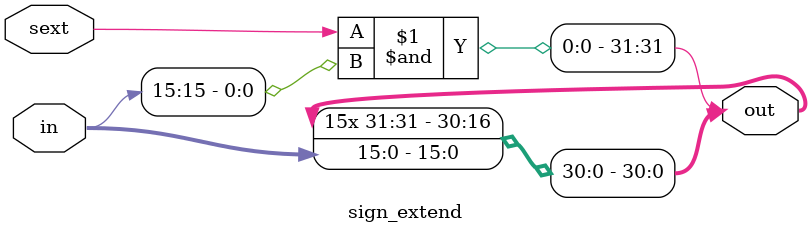
<source format=v>
`timescale 1ns / 1ps

module sign_extend(
    input sext,
    input [15:0] in, 
    output [31:0] out
    );

    assign out = { { 16 { sext & in[15] } }, in};

endmodule
</source>
